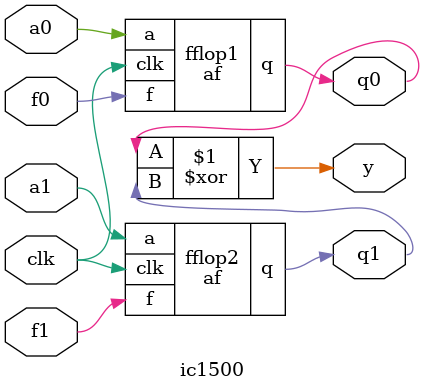
<source format=v>
`timescale 1ns / 1ps

module af(
    input a,
    input f,
    input clk,
    output reg q
    );
    
    initial begin
        q = 0;
    end
	
    // write your code here
	 
	 always@(posedge clk) begin
		case({a,f})
		2'b0_0: q<=~q;
		2'b0_1: q<=q;
		2'b1_0: q<=1;
		2'b1_1: q<=0;
		endcase
    end

endmodule


module ic1500(
    input a0, 
    input f0, 
    input a1, 
    input f1, 
    input clk, 
    output q0, 
    output q1, 
    output y
    );
    // write your code here
	 
	 af fflop1(a0,f0,clk,q0);
	 af fflop2(a1,f1,clk,q1);
	 
	 assign y=q0^q1;
	 
	
endmodule

</source>
